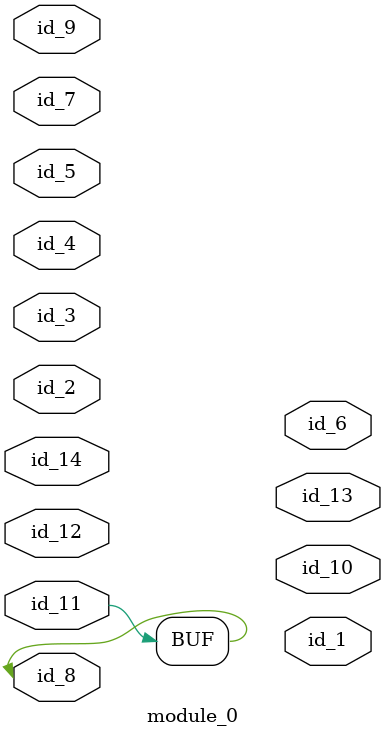
<source format=v>
module module_0 (
    id_1,
    id_2,
    id_3,
    id_4,
    id_5,
    id_6,
    id_7,
    id_8,
    id_9,
    id_10,
    id_11,
    id_12,
    id_13,
    id_14
);
  input id_14;
  output id_13;
  inout id_12;
  inout id_11;
  output id_10;
  inout id_9;
  inout id_8;
  input id_7;
  output id_6;
  inout id_5;
  inout id_4;
  inout id_3;
  inout id_2;
  output id_1;
  assign id_11 = id_8;
endmodule

</source>
